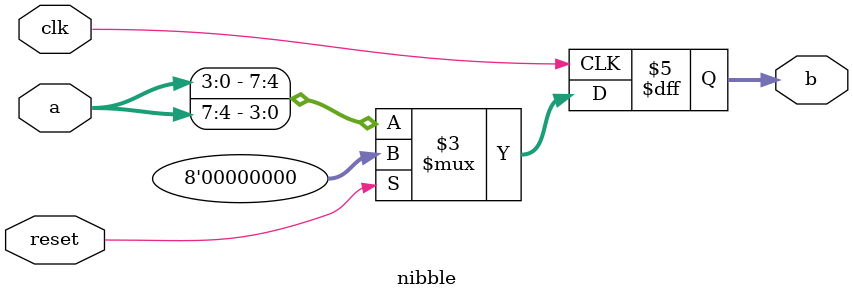
<source format=v>
module nibble(a,reset,clk,b);
input [7:0]a;
input clk,reset;
output reg[7:0]b;
always@(posedge clk)//at the positive edge
begin
if(reset)begin
b<=0;
end
else begin
b<={a[3:0],a[7:4]};//swapping th input
end
end
endmodule


</source>
